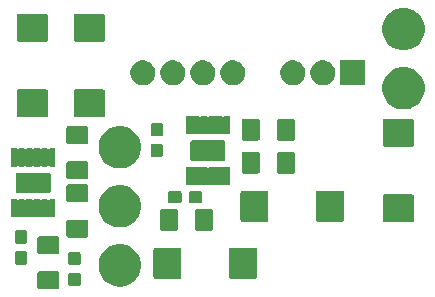
<source format=gbr>
G04 #@! TF.GenerationSoftware,KiCad,Pcbnew,5.1.5-52549c5~86~ubuntu18.04.1*
G04 #@! TF.CreationDate,2020-04-26T14:43:08+02:00*
G04 #@! TF.ProjectId,dcdc_7909,64636463-5f37-4393-9039-2e6b69636164,rev?*
G04 #@! TF.SameCoordinates,Original*
G04 #@! TF.FileFunction,Soldermask,Top*
G04 #@! TF.FilePolarity,Negative*
%FSLAX46Y46*%
G04 Gerber Fmt 4.6, Leading zero omitted, Abs format (unit mm)*
G04 Created by KiCad (PCBNEW 5.1.5-52549c5~86~ubuntu18.04.1) date 2020-04-26 14:43:08*
%MOMM*%
%LPD*%
G04 APERTURE LIST*
%ADD10C,0.100000*%
G04 APERTURE END LIST*
D10*
G36*
X83897062Y-77526681D02*
G01*
X83931981Y-77537274D01*
X83964163Y-77554476D01*
X83992373Y-77577627D01*
X84015524Y-77605837D01*
X84032725Y-77638018D01*
X84043319Y-77672938D01*
X84047500Y-77715395D01*
X84047500Y-78856605D01*
X84043319Y-78899062D01*
X84032726Y-78933981D01*
X84015524Y-78966163D01*
X83992373Y-78994373D01*
X83964163Y-79017524D01*
X83931981Y-79034726D01*
X83897062Y-79045319D01*
X83854605Y-79049500D01*
X82388395Y-79049500D01*
X82345938Y-79045319D01*
X82311019Y-79034726D01*
X82278837Y-79017524D01*
X82250627Y-78994373D01*
X82227476Y-78966163D01*
X82210274Y-78933981D01*
X82199681Y-78899062D01*
X82195500Y-78856605D01*
X82195500Y-77715395D01*
X82199681Y-77672938D01*
X82210275Y-77638018D01*
X82227476Y-77605837D01*
X82250627Y-77577627D01*
X82278837Y-77554476D01*
X82311019Y-77537274D01*
X82345938Y-77526681D01*
X82388395Y-77522500D01*
X83854605Y-77522500D01*
X83897062Y-77526681D01*
G37*
G36*
X89426905Y-75218789D02*
G01*
X89725350Y-75278153D01*
X90053122Y-75413921D01*
X90348109Y-75611025D01*
X90598975Y-75861891D01*
X90796079Y-76156878D01*
X90931847Y-76484650D01*
X91001060Y-76832611D01*
X91001060Y-77187389D01*
X90931847Y-77535350D01*
X90796079Y-77863122D01*
X90598975Y-78158109D01*
X90348109Y-78408975D01*
X90053122Y-78606079D01*
X89725350Y-78741847D01*
X89426905Y-78801211D01*
X89377390Y-78811060D01*
X89022610Y-78811060D01*
X88973095Y-78801211D01*
X88674650Y-78741847D01*
X88346878Y-78606079D01*
X88051891Y-78408975D01*
X87801025Y-78158109D01*
X87603921Y-77863122D01*
X87468153Y-77535350D01*
X87398940Y-77187389D01*
X87398940Y-76832611D01*
X87468153Y-76484650D01*
X87603921Y-76156878D01*
X87801025Y-75861891D01*
X88051891Y-75611025D01*
X88346878Y-75413921D01*
X88674650Y-75278153D01*
X88973095Y-75218789D01*
X89022610Y-75208940D01*
X89377390Y-75208940D01*
X89426905Y-75218789D01*
G37*
G36*
X85708499Y-77632445D02*
G01*
X85745995Y-77643820D01*
X85780554Y-77662292D01*
X85810847Y-77687153D01*
X85835708Y-77717446D01*
X85854180Y-77752005D01*
X85865555Y-77789501D01*
X85870000Y-77834638D01*
X85870000Y-78573362D01*
X85865555Y-78618499D01*
X85854180Y-78655995D01*
X85835708Y-78690554D01*
X85810847Y-78720847D01*
X85780554Y-78745708D01*
X85745995Y-78764180D01*
X85708499Y-78775555D01*
X85663362Y-78780000D01*
X85024638Y-78780000D01*
X84979501Y-78775555D01*
X84942005Y-78764180D01*
X84907446Y-78745708D01*
X84877153Y-78720847D01*
X84852292Y-78690554D01*
X84833820Y-78655995D01*
X84822445Y-78618499D01*
X84818000Y-78573362D01*
X84818000Y-77834638D01*
X84822445Y-77789501D01*
X84833820Y-77752005D01*
X84852292Y-77717446D01*
X84877153Y-77687153D01*
X84907446Y-77662292D01*
X84942005Y-77643820D01*
X84979501Y-77632445D01*
X85024638Y-77628000D01*
X85663362Y-77628000D01*
X85708499Y-77632445D01*
G37*
G36*
X100661786Y-75512746D02*
G01*
X100692461Y-75522051D01*
X100720729Y-75537161D01*
X100745506Y-75557494D01*
X100765839Y-75582271D01*
X100780949Y-75610539D01*
X100790254Y-75641214D01*
X100794000Y-75679251D01*
X100794000Y-77990749D01*
X100790254Y-78028786D01*
X100780949Y-78059461D01*
X100765839Y-78087729D01*
X100745506Y-78112506D01*
X100720729Y-78132839D01*
X100692461Y-78147949D01*
X100661786Y-78157254D01*
X100623749Y-78161000D01*
X98612251Y-78161000D01*
X98574214Y-78157254D01*
X98543539Y-78147949D01*
X98515271Y-78132839D01*
X98490494Y-78112506D01*
X98470161Y-78087729D01*
X98455051Y-78059461D01*
X98445746Y-78028786D01*
X98442000Y-77990749D01*
X98442000Y-75679251D01*
X98445746Y-75641214D01*
X98455051Y-75610539D01*
X98470161Y-75582271D01*
X98490494Y-75557494D01*
X98515271Y-75537161D01*
X98543539Y-75522051D01*
X98574214Y-75512746D01*
X98612251Y-75509000D01*
X100623749Y-75509000D01*
X100661786Y-75512746D01*
G37*
G36*
X94261786Y-75512746D02*
G01*
X94292461Y-75522051D01*
X94320729Y-75537161D01*
X94345506Y-75557494D01*
X94365839Y-75582271D01*
X94380949Y-75610539D01*
X94390254Y-75641214D01*
X94394000Y-75679251D01*
X94394000Y-77990749D01*
X94390254Y-78028786D01*
X94380949Y-78059461D01*
X94365839Y-78087729D01*
X94345506Y-78112506D01*
X94320729Y-78132839D01*
X94292461Y-78147949D01*
X94261786Y-78157254D01*
X94223749Y-78161000D01*
X92212251Y-78161000D01*
X92174214Y-78157254D01*
X92143539Y-78147949D01*
X92115271Y-78132839D01*
X92090494Y-78112506D01*
X92070161Y-78087729D01*
X92055051Y-78059461D01*
X92045746Y-78028786D01*
X92042000Y-77990749D01*
X92042000Y-75679251D01*
X92045746Y-75641214D01*
X92055051Y-75610539D01*
X92070161Y-75582271D01*
X92090494Y-75557494D01*
X92115271Y-75537161D01*
X92143539Y-75522051D01*
X92174214Y-75512746D01*
X92212251Y-75509000D01*
X94223749Y-75509000D01*
X94261786Y-75512746D01*
G37*
G36*
X85708499Y-75882445D02*
G01*
X85745995Y-75893820D01*
X85780554Y-75912292D01*
X85810847Y-75937153D01*
X85835708Y-75967446D01*
X85854180Y-76002005D01*
X85865555Y-76039501D01*
X85870000Y-76084638D01*
X85870000Y-76823362D01*
X85865555Y-76868499D01*
X85854180Y-76905995D01*
X85835708Y-76940554D01*
X85810847Y-76970847D01*
X85780554Y-76995708D01*
X85745995Y-77014180D01*
X85708499Y-77025555D01*
X85663362Y-77030000D01*
X85024638Y-77030000D01*
X84979501Y-77025555D01*
X84942005Y-77014180D01*
X84907446Y-76995708D01*
X84877153Y-76970847D01*
X84852292Y-76940554D01*
X84833820Y-76905995D01*
X84822445Y-76868499D01*
X84818000Y-76823362D01*
X84818000Y-76084638D01*
X84822445Y-76039501D01*
X84833820Y-76002005D01*
X84852292Y-75967446D01*
X84877153Y-75937153D01*
X84907446Y-75912292D01*
X84942005Y-75893820D01*
X84979501Y-75882445D01*
X85024638Y-75878000D01*
X85663362Y-75878000D01*
X85708499Y-75882445D01*
G37*
G36*
X81199999Y-75804945D02*
G01*
X81237495Y-75816320D01*
X81272054Y-75834792D01*
X81302347Y-75859653D01*
X81327208Y-75889946D01*
X81345680Y-75924505D01*
X81357055Y-75962001D01*
X81361500Y-76007138D01*
X81361500Y-76745862D01*
X81357055Y-76790999D01*
X81345680Y-76828495D01*
X81327208Y-76863054D01*
X81302347Y-76893347D01*
X81272054Y-76918208D01*
X81237495Y-76936680D01*
X81199999Y-76948055D01*
X81154862Y-76952500D01*
X80516138Y-76952500D01*
X80471001Y-76948055D01*
X80433505Y-76936680D01*
X80398946Y-76918208D01*
X80368653Y-76893347D01*
X80343792Y-76863054D01*
X80325320Y-76828495D01*
X80313945Y-76790999D01*
X80309500Y-76745862D01*
X80309500Y-76007138D01*
X80313945Y-75962001D01*
X80325320Y-75924505D01*
X80343792Y-75889946D01*
X80368653Y-75859653D01*
X80398946Y-75834792D01*
X80433505Y-75816320D01*
X80471001Y-75804945D01*
X80516138Y-75800500D01*
X81154862Y-75800500D01*
X81199999Y-75804945D01*
G37*
G36*
X83897062Y-74551681D02*
G01*
X83931981Y-74562274D01*
X83964163Y-74579476D01*
X83992373Y-74602627D01*
X84015524Y-74630837D01*
X84032726Y-74663019D01*
X84043319Y-74697938D01*
X84047500Y-74740395D01*
X84047500Y-75881605D01*
X84043319Y-75924062D01*
X84032726Y-75958981D01*
X84015524Y-75991163D01*
X83992373Y-76019373D01*
X83964163Y-76042524D01*
X83931981Y-76059726D01*
X83897062Y-76070319D01*
X83854605Y-76074500D01*
X82388395Y-76074500D01*
X82345938Y-76070319D01*
X82311019Y-76059726D01*
X82278837Y-76042524D01*
X82250627Y-76019373D01*
X82227476Y-75991163D01*
X82210274Y-75958981D01*
X82199681Y-75924062D01*
X82195500Y-75881605D01*
X82195500Y-74740395D01*
X82199681Y-74697938D01*
X82210274Y-74663019D01*
X82227476Y-74630837D01*
X82250627Y-74602627D01*
X82278837Y-74579476D01*
X82311019Y-74562274D01*
X82345938Y-74551681D01*
X82388395Y-74547500D01*
X83854605Y-74547500D01*
X83897062Y-74551681D01*
G37*
G36*
X81199999Y-74054945D02*
G01*
X81237495Y-74066320D01*
X81272054Y-74084792D01*
X81302347Y-74109653D01*
X81327208Y-74139946D01*
X81345680Y-74174505D01*
X81357055Y-74212001D01*
X81361500Y-74257138D01*
X81361500Y-74995862D01*
X81357055Y-75040999D01*
X81345680Y-75078495D01*
X81327208Y-75113054D01*
X81302347Y-75143347D01*
X81272054Y-75168208D01*
X81237495Y-75186680D01*
X81199999Y-75198055D01*
X81154862Y-75202500D01*
X80516138Y-75202500D01*
X80471001Y-75198055D01*
X80433505Y-75186680D01*
X80398946Y-75168208D01*
X80368653Y-75143347D01*
X80343792Y-75113054D01*
X80325320Y-75078495D01*
X80313945Y-75040999D01*
X80309500Y-74995862D01*
X80309500Y-74257138D01*
X80313945Y-74212001D01*
X80325320Y-74174505D01*
X80343792Y-74139946D01*
X80368653Y-74109653D01*
X80398946Y-74084792D01*
X80433505Y-74066320D01*
X80471001Y-74054945D01*
X80516138Y-74050500D01*
X81154862Y-74050500D01*
X81199999Y-74054945D01*
G37*
G36*
X86373562Y-73145181D02*
G01*
X86408481Y-73155774D01*
X86440663Y-73172976D01*
X86468873Y-73196127D01*
X86492024Y-73224337D01*
X86509226Y-73256519D01*
X86519819Y-73291438D01*
X86524000Y-73333895D01*
X86524000Y-74475105D01*
X86519819Y-74517562D01*
X86509226Y-74552481D01*
X86492024Y-74584663D01*
X86468873Y-74612873D01*
X86440663Y-74636024D01*
X86408481Y-74653226D01*
X86373562Y-74663819D01*
X86331105Y-74668000D01*
X84864895Y-74668000D01*
X84822438Y-74663819D01*
X84787519Y-74653226D01*
X84755337Y-74636024D01*
X84727127Y-74612873D01*
X84703976Y-74584663D01*
X84686774Y-74552481D01*
X84676181Y-74517562D01*
X84672000Y-74475105D01*
X84672000Y-73333895D01*
X84676181Y-73291438D01*
X84686774Y-73256519D01*
X84703976Y-73224337D01*
X84727127Y-73196127D01*
X84755337Y-73172976D01*
X84787519Y-73155774D01*
X84822438Y-73145181D01*
X84864895Y-73141000D01*
X86331105Y-73141000D01*
X86373562Y-73145181D01*
G37*
G36*
X96933062Y-72230181D02*
G01*
X96967981Y-72240774D01*
X97000163Y-72257976D01*
X97028373Y-72281127D01*
X97051524Y-72309337D01*
X97068726Y-72341519D01*
X97079319Y-72376438D01*
X97083500Y-72418895D01*
X97083500Y-73885105D01*
X97079319Y-73927562D01*
X97068726Y-73962481D01*
X97051524Y-73994663D01*
X97028373Y-74022873D01*
X97000163Y-74046024D01*
X96967981Y-74063226D01*
X96933062Y-74073819D01*
X96890605Y-74078000D01*
X95749395Y-74078000D01*
X95706938Y-74073819D01*
X95672019Y-74063226D01*
X95639837Y-74046024D01*
X95611627Y-74022873D01*
X95588476Y-73994663D01*
X95571274Y-73962481D01*
X95560681Y-73927562D01*
X95556500Y-73885105D01*
X95556500Y-72418895D01*
X95560681Y-72376438D01*
X95571274Y-72341519D01*
X95588476Y-72309337D01*
X95611627Y-72281127D01*
X95639837Y-72257976D01*
X95672019Y-72240774D01*
X95706938Y-72230181D01*
X95749395Y-72226000D01*
X96890605Y-72226000D01*
X96933062Y-72230181D01*
G37*
G36*
X93958062Y-72230181D02*
G01*
X93992981Y-72240774D01*
X94025163Y-72257976D01*
X94053373Y-72281127D01*
X94076524Y-72309337D01*
X94093726Y-72341519D01*
X94104319Y-72376438D01*
X94108500Y-72418895D01*
X94108500Y-73885105D01*
X94104319Y-73927562D01*
X94093726Y-73962481D01*
X94076524Y-73994663D01*
X94053373Y-74022873D01*
X94025163Y-74046024D01*
X93992981Y-74063226D01*
X93958062Y-74073819D01*
X93915605Y-74078000D01*
X92774395Y-74078000D01*
X92731938Y-74073819D01*
X92697019Y-74063226D01*
X92664837Y-74046024D01*
X92636627Y-74022873D01*
X92613476Y-73994663D01*
X92596274Y-73962481D01*
X92585681Y-73927562D01*
X92581500Y-73885105D01*
X92581500Y-72418895D01*
X92585681Y-72376438D01*
X92596274Y-72341519D01*
X92613476Y-72309337D01*
X92636627Y-72281127D01*
X92664837Y-72257976D01*
X92697019Y-72240774D01*
X92731938Y-72230181D01*
X92774395Y-72226000D01*
X93915605Y-72226000D01*
X93958062Y-72230181D01*
G37*
G36*
X89407096Y-70214849D02*
G01*
X89725350Y-70278153D01*
X90053122Y-70413921D01*
X90348109Y-70611025D01*
X90598975Y-70861891D01*
X90796079Y-71156878D01*
X90931847Y-71484650D01*
X91001060Y-71832611D01*
X91001060Y-72187389D01*
X90931847Y-72535350D01*
X90796079Y-72863122D01*
X90598975Y-73158109D01*
X90348109Y-73408975D01*
X90053122Y-73606079D01*
X89725350Y-73741847D01*
X89426905Y-73801211D01*
X89377390Y-73811060D01*
X89022610Y-73811060D01*
X88973095Y-73801211D01*
X88674650Y-73741847D01*
X88346878Y-73606079D01*
X88051891Y-73408975D01*
X87801025Y-73158109D01*
X87603921Y-72863122D01*
X87468153Y-72535350D01*
X87398940Y-72187389D01*
X87398940Y-71832611D01*
X87468153Y-71484650D01*
X87603921Y-71156878D01*
X87801025Y-70861891D01*
X88051891Y-70611025D01*
X88346878Y-70413921D01*
X88674650Y-70278153D01*
X88992904Y-70214849D01*
X89022610Y-70208940D01*
X89377390Y-70208940D01*
X89407096Y-70214849D01*
G37*
G36*
X113969786Y-71013746D02*
G01*
X114000461Y-71023051D01*
X114028729Y-71038161D01*
X114053506Y-71058494D01*
X114073839Y-71083271D01*
X114088949Y-71111539D01*
X114098254Y-71142214D01*
X114102000Y-71180251D01*
X114102000Y-73191749D01*
X114098254Y-73229786D01*
X114088949Y-73260461D01*
X114073839Y-73288729D01*
X114053506Y-73313506D01*
X114028729Y-73333839D01*
X114000461Y-73348949D01*
X113969786Y-73358254D01*
X113931749Y-73362000D01*
X111620251Y-73362000D01*
X111582214Y-73358254D01*
X111551539Y-73348949D01*
X111523271Y-73333839D01*
X111498494Y-73313506D01*
X111478161Y-73288729D01*
X111463051Y-73260461D01*
X111453746Y-73229786D01*
X111450000Y-73191749D01*
X111450000Y-71180251D01*
X111453746Y-71142214D01*
X111463051Y-71111539D01*
X111478161Y-71083271D01*
X111498494Y-71058494D01*
X111523271Y-71038161D01*
X111551539Y-71023051D01*
X111582214Y-71013746D01*
X111620251Y-71010000D01*
X113931749Y-71010000D01*
X113969786Y-71013746D01*
G37*
G36*
X108027786Y-70686746D02*
G01*
X108058461Y-70696051D01*
X108086729Y-70711161D01*
X108111506Y-70731494D01*
X108131839Y-70756271D01*
X108146949Y-70784539D01*
X108156254Y-70815214D01*
X108160000Y-70853251D01*
X108160000Y-73164749D01*
X108156254Y-73202786D01*
X108146949Y-73233461D01*
X108131839Y-73261729D01*
X108111506Y-73286506D01*
X108086729Y-73306839D01*
X108058461Y-73321949D01*
X108027786Y-73331254D01*
X107989749Y-73335000D01*
X105978251Y-73335000D01*
X105940214Y-73331254D01*
X105909539Y-73321949D01*
X105881271Y-73306839D01*
X105856494Y-73286506D01*
X105836161Y-73261729D01*
X105821051Y-73233461D01*
X105811746Y-73202786D01*
X105808000Y-73164749D01*
X105808000Y-70853251D01*
X105811746Y-70815214D01*
X105821051Y-70784539D01*
X105836161Y-70756271D01*
X105856494Y-70731494D01*
X105881271Y-70711161D01*
X105909539Y-70696051D01*
X105940214Y-70686746D01*
X105978251Y-70683000D01*
X107989749Y-70683000D01*
X108027786Y-70686746D01*
G37*
G36*
X101627786Y-70686746D02*
G01*
X101658461Y-70696051D01*
X101686729Y-70711161D01*
X101711506Y-70731494D01*
X101731839Y-70756271D01*
X101746949Y-70784539D01*
X101756254Y-70815214D01*
X101760000Y-70853251D01*
X101760000Y-73164749D01*
X101756254Y-73202786D01*
X101746949Y-73233461D01*
X101731839Y-73261729D01*
X101711506Y-73286506D01*
X101686729Y-73306839D01*
X101658461Y-73321949D01*
X101627786Y-73331254D01*
X101589749Y-73335000D01*
X99578251Y-73335000D01*
X99540214Y-73331254D01*
X99509539Y-73321949D01*
X99481271Y-73306839D01*
X99456494Y-73286506D01*
X99436161Y-73261729D01*
X99421051Y-73233461D01*
X99411746Y-73202786D01*
X99408000Y-73164749D01*
X99408000Y-70853251D01*
X99411746Y-70815214D01*
X99421051Y-70784539D01*
X99436161Y-70756271D01*
X99456494Y-70731494D01*
X99481271Y-70711161D01*
X99509539Y-70696051D01*
X99540214Y-70686746D01*
X99578251Y-70683000D01*
X101589749Y-70683000D01*
X101627786Y-70686746D01*
G37*
G36*
X80426670Y-71416303D02*
G01*
X80438375Y-71419854D01*
X80449165Y-71425621D01*
X80463188Y-71437130D01*
X80472204Y-71446145D01*
X80492578Y-71459759D01*
X80515217Y-71469135D01*
X80539251Y-71473915D01*
X80563755Y-71473915D01*
X80587788Y-71469134D01*
X80610426Y-71459756D01*
X80630801Y-71446142D01*
X80639817Y-71437126D01*
X80653835Y-71425621D01*
X80664625Y-71419854D01*
X80676330Y-71416303D01*
X80694638Y-71414500D01*
X81058362Y-71414500D01*
X81076670Y-71416303D01*
X81088375Y-71419854D01*
X81099165Y-71425621D01*
X81113188Y-71437130D01*
X81122204Y-71446145D01*
X81142578Y-71459759D01*
X81165217Y-71469135D01*
X81189251Y-71473915D01*
X81213755Y-71473915D01*
X81237788Y-71469134D01*
X81260426Y-71459756D01*
X81280801Y-71446142D01*
X81289817Y-71437126D01*
X81303835Y-71425621D01*
X81314625Y-71419854D01*
X81326330Y-71416303D01*
X81344638Y-71414500D01*
X81708362Y-71414500D01*
X81726670Y-71416303D01*
X81738375Y-71419854D01*
X81749165Y-71425621D01*
X81763188Y-71437130D01*
X81772204Y-71446145D01*
X81792578Y-71459759D01*
X81815217Y-71469135D01*
X81839251Y-71473915D01*
X81863755Y-71473915D01*
X81887788Y-71469134D01*
X81910426Y-71459756D01*
X81930801Y-71446142D01*
X81939817Y-71437126D01*
X81953835Y-71425621D01*
X81964625Y-71419854D01*
X81976330Y-71416303D01*
X81994638Y-71414500D01*
X82358362Y-71414500D01*
X82376670Y-71416303D01*
X82388375Y-71419854D01*
X82399165Y-71425621D01*
X82413188Y-71437130D01*
X82422204Y-71446145D01*
X82442578Y-71459759D01*
X82465217Y-71469135D01*
X82489251Y-71473915D01*
X82513755Y-71473915D01*
X82537788Y-71469134D01*
X82560426Y-71459756D01*
X82580801Y-71446142D01*
X82589817Y-71437126D01*
X82603835Y-71425621D01*
X82614625Y-71419854D01*
X82626330Y-71416303D01*
X82644638Y-71414500D01*
X83008362Y-71414500D01*
X83026670Y-71416303D01*
X83038375Y-71419854D01*
X83049165Y-71425621D01*
X83063188Y-71437130D01*
X83072204Y-71446145D01*
X83092578Y-71459759D01*
X83115217Y-71469135D01*
X83139251Y-71473915D01*
X83163755Y-71473915D01*
X83187788Y-71469134D01*
X83210426Y-71459756D01*
X83230801Y-71446142D01*
X83239817Y-71437126D01*
X83253835Y-71425621D01*
X83264625Y-71419854D01*
X83276330Y-71416303D01*
X83294638Y-71414500D01*
X83658362Y-71414500D01*
X83676670Y-71416303D01*
X83688375Y-71419854D01*
X83699165Y-71425621D01*
X83708619Y-71433381D01*
X83716379Y-71442835D01*
X83722146Y-71453625D01*
X83725697Y-71465330D01*
X83727500Y-71483638D01*
X83727500Y-72897362D01*
X83725697Y-72915670D01*
X83722146Y-72927375D01*
X83716379Y-72938165D01*
X83708619Y-72947619D01*
X83699165Y-72955379D01*
X83688375Y-72961146D01*
X83676670Y-72964697D01*
X83658362Y-72966500D01*
X83294638Y-72966500D01*
X83276330Y-72964697D01*
X83264625Y-72961146D01*
X83253835Y-72955379D01*
X83239812Y-72943870D01*
X83230796Y-72934855D01*
X83210422Y-72921241D01*
X83187783Y-72911865D01*
X83163749Y-72907085D01*
X83139245Y-72907085D01*
X83115212Y-72911866D01*
X83092574Y-72921244D01*
X83072199Y-72934858D01*
X83063183Y-72943874D01*
X83049165Y-72955379D01*
X83038375Y-72961146D01*
X83026670Y-72964697D01*
X83008362Y-72966500D01*
X82644638Y-72966500D01*
X82626330Y-72964697D01*
X82614625Y-72961146D01*
X82603835Y-72955379D01*
X82589812Y-72943870D01*
X82580796Y-72934855D01*
X82560422Y-72921241D01*
X82537783Y-72911865D01*
X82513749Y-72907085D01*
X82489245Y-72907085D01*
X82465212Y-72911866D01*
X82442574Y-72921244D01*
X82422199Y-72934858D01*
X82413183Y-72943874D01*
X82399165Y-72955379D01*
X82388375Y-72961146D01*
X82376670Y-72964697D01*
X82358362Y-72966500D01*
X81994638Y-72966500D01*
X81976330Y-72964697D01*
X81964625Y-72961146D01*
X81953835Y-72955379D01*
X81939812Y-72943870D01*
X81930796Y-72934855D01*
X81910422Y-72921241D01*
X81887783Y-72911865D01*
X81863749Y-72907085D01*
X81839245Y-72907085D01*
X81815212Y-72911866D01*
X81792574Y-72921244D01*
X81772199Y-72934858D01*
X81763183Y-72943874D01*
X81749165Y-72955379D01*
X81738375Y-72961146D01*
X81726670Y-72964697D01*
X81708362Y-72966500D01*
X81344638Y-72966500D01*
X81326330Y-72964697D01*
X81314625Y-72961146D01*
X81303835Y-72955379D01*
X81289812Y-72943870D01*
X81280796Y-72934855D01*
X81260422Y-72921241D01*
X81237783Y-72911865D01*
X81213749Y-72907085D01*
X81189245Y-72907085D01*
X81165212Y-72911866D01*
X81142574Y-72921244D01*
X81122199Y-72934858D01*
X81113183Y-72943874D01*
X81099165Y-72955379D01*
X81088375Y-72961146D01*
X81076670Y-72964697D01*
X81058362Y-72966500D01*
X80694638Y-72966500D01*
X80676330Y-72964697D01*
X80664625Y-72961146D01*
X80653835Y-72955379D01*
X80639812Y-72943870D01*
X80630796Y-72934855D01*
X80610422Y-72921241D01*
X80587783Y-72911865D01*
X80563749Y-72907085D01*
X80539245Y-72907085D01*
X80515212Y-72911866D01*
X80492574Y-72921244D01*
X80472199Y-72934858D01*
X80463183Y-72943874D01*
X80449165Y-72955379D01*
X80438375Y-72961146D01*
X80426670Y-72964697D01*
X80408362Y-72966500D01*
X80044638Y-72966500D01*
X80026330Y-72964697D01*
X80014625Y-72961146D01*
X80003835Y-72955379D01*
X79994381Y-72947619D01*
X79986621Y-72938165D01*
X79980854Y-72927375D01*
X79977303Y-72915670D01*
X79975500Y-72897362D01*
X79975500Y-71483638D01*
X79977303Y-71465330D01*
X79980854Y-71453625D01*
X79986621Y-71442835D01*
X79994381Y-71433381D01*
X80003835Y-71425621D01*
X80014625Y-71419854D01*
X80026330Y-71416303D01*
X80044638Y-71414500D01*
X80408362Y-71414500D01*
X80426670Y-71416303D01*
G37*
G36*
X94267499Y-70725445D02*
G01*
X94304995Y-70736820D01*
X94339554Y-70755292D01*
X94369847Y-70780153D01*
X94394708Y-70810446D01*
X94413180Y-70845005D01*
X94424555Y-70882501D01*
X94429000Y-70927638D01*
X94429000Y-71566362D01*
X94424555Y-71611499D01*
X94413180Y-71648995D01*
X94394708Y-71683554D01*
X94369847Y-71713847D01*
X94339554Y-71738708D01*
X94304995Y-71757180D01*
X94267499Y-71768555D01*
X94222362Y-71773000D01*
X93483638Y-71773000D01*
X93438501Y-71768555D01*
X93401005Y-71757180D01*
X93366446Y-71738708D01*
X93336153Y-71713847D01*
X93311292Y-71683554D01*
X93292820Y-71648995D01*
X93281445Y-71611499D01*
X93277000Y-71566362D01*
X93277000Y-70927638D01*
X93281445Y-70882501D01*
X93292820Y-70845005D01*
X93311292Y-70810446D01*
X93336153Y-70780153D01*
X93366446Y-70755292D01*
X93401005Y-70736820D01*
X93438501Y-70725445D01*
X93483638Y-70721000D01*
X94222362Y-70721000D01*
X94267499Y-70725445D01*
G37*
G36*
X96017499Y-70725445D02*
G01*
X96054995Y-70736820D01*
X96089554Y-70755292D01*
X96119847Y-70780153D01*
X96144708Y-70810446D01*
X96163180Y-70845005D01*
X96174555Y-70882501D01*
X96179000Y-70927638D01*
X96179000Y-71566362D01*
X96174555Y-71611499D01*
X96163180Y-71648995D01*
X96144708Y-71683554D01*
X96119847Y-71713847D01*
X96089554Y-71738708D01*
X96054995Y-71757180D01*
X96017499Y-71768555D01*
X95972362Y-71773000D01*
X95233638Y-71773000D01*
X95188501Y-71768555D01*
X95151005Y-71757180D01*
X95116446Y-71738708D01*
X95086153Y-71713847D01*
X95061292Y-71683554D01*
X95042820Y-71648995D01*
X95031445Y-71611499D01*
X95027000Y-71566362D01*
X95027000Y-70927638D01*
X95031445Y-70882501D01*
X95042820Y-70845005D01*
X95061292Y-70810446D01*
X95086153Y-70780153D01*
X95116446Y-70755292D01*
X95151005Y-70736820D01*
X95188501Y-70725445D01*
X95233638Y-70721000D01*
X95972362Y-70721000D01*
X96017499Y-70725445D01*
G37*
G36*
X86373562Y-70170181D02*
G01*
X86408481Y-70180774D01*
X86440663Y-70197976D01*
X86468873Y-70221127D01*
X86492024Y-70249337D01*
X86509226Y-70281519D01*
X86519819Y-70316438D01*
X86524000Y-70358895D01*
X86524000Y-71500105D01*
X86519819Y-71542562D01*
X86509226Y-71577481D01*
X86492024Y-71609663D01*
X86468873Y-71637873D01*
X86440663Y-71661024D01*
X86408481Y-71678226D01*
X86373562Y-71688819D01*
X86331105Y-71693000D01*
X84864895Y-71693000D01*
X84822438Y-71688819D01*
X84787519Y-71678226D01*
X84755337Y-71661024D01*
X84727127Y-71637873D01*
X84703976Y-71609663D01*
X84686774Y-71577481D01*
X84676181Y-71542562D01*
X84672000Y-71500105D01*
X84672000Y-70358895D01*
X84676181Y-70316438D01*
X84686774Y-70281519D01*
X84703976Y-70249337D01*
X84727127Y-70221127D01*
X84755337Y-70197976D01*
X84787519Y-70180774D01*
X84822438Y-70170181D01*
X84864895Y-70166000D01*
X86331105Y-70166000D01*
X86373562Y-70170181D01*
G37*
G36*
X83183839Y-69168519D02*
G01*
X83217181Y-69178634D01*
X83247906Y-69195057D01*
X83274840Y-69217160D01*
X83296943Y-69244094D01*
X83313366Y-69274819D01*
X83323481Y-69308161D01*
X83327500Y-69348971D01*
X83327500Y-70732029D01*
X83323481Y-70772839D01*
X83313366Y-70806181D01*
X83296943Y-70836906D01*
X83274840Y-70863840D01*
X83247906Y-70885943D01*
X83217181Y-70902366D01*
X83183839Y-70912481D01*
X83143029Y-70916500D01*
X80559971Y-70916500D01*
X80519161Y-70912481D01*
X80485819Y-70902366D01*
X80455094Y-70885943D01*
X80428160Y-70863840D01*
X80406057Y-70836906D01*
X80389634Y-70806181D01*
X80379519Y-70772839D01*
X80375500Y-70732029D01*
X80375500Y-69348971D01*
X80379519Y-69308161D01*
X80389634Y-69274819D01*
X80406057Y-69244094D01*
X80428160Y-69217160D01*
X80455094Y-69195057D01*
X80485819Y-69178634D01*
X80519161Y-69168519D01*
X80559971Y-69164500D01*
X83143029Y-69164500D01*
X83183839Y-69168519D01*
G37*
G36*
X95222170Y-68685803D02*
G01*
X95233875Y-68689354D01*
X95244665Y-68695121D01*
X95258688Y-68706630D01*
X95267704Y-68715645D01*
X95288078Y-68729259D01*
X95310717Y-68738635D01*
X95334751Y-68743415D01*
X95359255Y-68743415D01*
X95383288Y-68738634D01*
X95405926Y-68729256D01*
X95426301Y-68715642D01*
X95435317Y-68706626D01*
X95449335Y-68695121D01*
X95460125Y-68689354D01*
X95471830Y-68685803D01*
X95490138Y-68684000D01*
X95853862Y-68684000D01*
X95872170Y-68685803D01*
X95883875Y-68689354D01*
X95894665Y-68695121D01*
X95908688Y-68706630D01*
X95917704Y-68715645D01*
X95938078Y-68729259D01*
X95960717Y-68738635D01*
X95984751Y-68743415D01*
X96009255Y-68743415D01*
X96033288Y-68738634D01*
X96055926Y-68729256D01*
X96076301Y-68715642D01*
X96085317Y-68706626D01*
X96099335Y-68695121D01*
X96110125Y-68689354D01*
X96121830Y-68685803D01*
X96140138Y-68684000D01*
X96503862Y-68684000D01*
X96522170Y-68685803D01*
X96533875Y-68689354D01*
X96544665Y-68695121D01*
X96558688Y-68706630D01*
X96567704Y-68715645D01*
X96588078Y-68729259D01*
X96610717Y-68738635D01*
X96634751Y-68743415D01*
X96659255Y-68743415D01*
X96683288Y-68738634D01*
X96705926Y-68729256D01*
X96726301Y-68715642D01*
X96735317Y-68706626D01*
X96749335Y-68695121D01*
X96760125Y-68689354D01*
X96771830Y-68685803D01*
X96790138Y-68684000D01*
X97153862Y-68684000D01*
X97172170Y-68685803D01*
X97183875Y-68689354D01*
X97194665Y-68695121D01*
X97208688Y-68706630D01*
X97217704Y-68715645D01*
X97238078Y-68729259D01*
X97260717Y-68738635D01*
X97284751Y-68743415D01*
X97309255Y-68743415D01*
X97333288Y-68738634D01*
X97355926Y-68729256D01*
X97376301Y-68715642D01*
X97385317Y-68706626D01*
X97399335Y-68695121D01*
X97410125Y-68689354D01*
X97421830Y-68685803D01*
X97440138Y-68684000D01*
X97803862Y-68684000D01*
X97822170Y-68685803D01*
X97833875Y-68689354D01*
X97844665Y-68695121D01*
X97858688Y-68706630D01*
X97867704Y-68715645D01*
X97888078Y-68729259D01*
X97910717Y-68738635D01*
X97934751Y-68743415D01*
X97959255Y-68743415D01*
X97983288Y-68738634D01*
X98005926Y-68729256D01*
X98026301Y-68715642D01*
X98035317Y-68706626D01*
X98049335Y-68695121D01*
X98060125Y-68689354D01*
X98071830Y-68685803D01*
X98090138Y-68684000D01*
X98453862Y-68684000D01*
X98472170Y-68685803D01*
X98483875Y-68689354D01*
X98494665Y-68695121D01*
X98504119Y-68702881D01*
X98511879Y-68712335D01*
X98517646Y-68723125D01*
X98521197Y-68734830D01*
X98523000Y-68753138D01*
X98523000Y-70166862D01*
X98521197Y-70185170D01*
X98517646Y-70196875D01*
X98511879Y-70207665D01*
X98504119Y-70217119D01*
X98494665Y-70224879D01*
X98483875Y-70230646D01*
X98472170Y-70234197D01*
X98453862Y-70236000D01*
X98090138Y-70236000D01*
X98071830Y-70234197D01*
X98060125Y-70230646D01*
X98049335Y-70224879D01*
X98035312Y-70213370D01*
X98026296Y-70204355D01*
X98005922Y-70190741D01*
X97983283Y-70181365D01*
X97959249Y-70176585D01*
X97934745Y-70176585D01*
X97910712Y-70181366D01*
X97888074Y-70190744D01*
X97867699Y-70204358D01*
X97858683Y-70213374D01*
X97844665Y-70224879D01*
X97833875Y-70230646D01*
X97822170Y-70234197D01*
X97803862Y-70236000D01*
X97440138Y-70236000D01*
X97421830Y-70234197D01*
X97410125Y-70230646D01*
X97399335Y-70224879D01*
X97385312Y-70213370D01*
X97376296Y-70204355D01*
X97355922Y-70190741D01*
X97333283Y-70181365D01*
X97309249Y-70176585D01*
X97284745Y-70176585D01*
X97260712Y-70181366D01*
X97238074Y-70190744D01*
X97217699Y-70204358D01*
X97208683Y-70213374D01*
X97194665Y-70224879D01*
X97183875Y-70230646D01*
X97172170Y-70234197D01*
X97153862Y-70236000D01*
X96790138Y-70236000D01*
X96771830Y-70234197D01*
X96760125Y-70230646D01*
X96749335Y-70224879D01*
X96735312Y-70213370D01*
X96726296Y-70204355D01*
X96705922Y-70190741D01*
X96683283Y-70181365D01*
X96659249Y-70176585D01*
X96634745Y-70176585D01*
X96610712Y-70181366D01*
X96588074Y-70190744D01*
X96567699Y-70204358D01*
X96558683Y-70213374D01*
X96544665Y-70224879D01*
X96533875Y-70230646D01*
X96522170Y-70234197D01*
X96503862Y-70236000D01*
X96140138Y-70236000D01*
X96121830Y-70234197D01*
X96110125Y-70230646D01*
X96099335Y-70224879D01*
X96085312Y-70213370D01*
X96076296Y-70204355D01*
X96055922Y-70190741D01*
X96033283Y-70181365D01*
X96009249Y-70176585D01*
X95984745Y-70176585D01*
X95960712Y-70181366D01*
X95938074Y-70190744D01*
X95917699Y-70204358D01*
X95908683Y-70213374D01*
X95894665Y-70224879D01*
X95883875Y-70230646D01*
X95872170Y-70234197D01*
X95853862Y-70236000D01*
X95490138Y-70236000D01*
X95471830Y-70234197D01*
X95460125Y-70230646D01*
X95449335Y-70224879D01*
X95435312Y-70213370D01*
X95426296Y-70204355D01*
X95405922Y-70190741D01*
X95383283Y-70181365D01*
X95359249Y-70176585D01*
X95334745Y-70176585D01*
X95310712Y-70181366D01*
X95288074Y-70190744D01*
X95267699Y-70204358D01*
X95258683Y-70213374D01*
X95244665Y-70224879D01*
X95233875Y-70230646D01*
X95222170Y-70234197D01*
X95203862Y-70236000D01*
X94840138Y-70236000D01*
X94821830Y-70234197D01*
X94810125Y-70230646D01*
X94799335Y-70224879D01*
X94789881Y-70217119D01*
X94782121Y-70207665D01*
X94776354Y-70196875D01*
X94772803Y-70185170D01*
X94771000Y-70166862D01*
X94771000Y-68753138D01*
X94772803Y-68734830D01*
X94776354Y-68723125D01*
X94782121Y-68712335D01*
X94789881Y-68702881D01*
X94799335Y-68695121D01*
X94810125Y-68689354D01*
X94821830Y-68685803D01*
X94840138Y-68684000D01*
X95203862Y-68684000D01*
X95222170Y-68685803D01*
G37*
G36*
X86373562Y-68201681D02*
G01*
X86408481Y-68212274D01*
X86440663Y-68229476D01*
X86468873Y-68252627D01*
X86492024Y-68280837D01*
X86509226Y-68313019D01*
X86519819Y-68347938D01*
X86524000Y-68390395D01*
X86524000Y-69531605D01*
X86519819Y-69574062D01*
X86509226Y-69608981D01*
X86492024Y-69641163D01*
X86468873Y-69669373D01*
X86440663Y-69692524D01*
X86408481Y-69709726D01*
X86373562Y-69720319D01*
X86331105Y-69724500D01*
X84864895Y-69724500D01*
X84822438Y-69720319D01*
X84787519Y-69709726D01*
X84755337Y-69692524D01*
X84727127Y-69669373D01*
X84703976Y-69641163D01*
X84686774Y-69608981D01*
X84676181Y-69574062D01*
X84672000Y-69531605D01*
X84672000Y-68390395D01*
X84676181Y-68347938D01*
X84686774Y-68313019D01*
X84703976Y-68280837D01*
X84727127Y-68252627D01*
X84755337Y-68229476D01*
X84787519Y-68212274D01*
X84822438Y-68201681D01*
X84864895Y-68197500D01*
X86331105Y-68197500D01*
X86373562Y-68201681D01*
G37*
G36*
X103864062Y-67404181D02*
G01*
X103898981Y-67414774D01*
X103931163Y-67431976D01*
X103959373Y-67455127D01*
X103982524Y-67483337D01*
X103999726Y-67515519D01*
X104010319Y-67550438D01*
X104014500Y-67592895D01*
X104014500Y-69059105D01*
X104010319Y-69101562D01*
X103999726Y-69136481D01*
X103982524Y-69168663D01*
X103959373Y-69196873D01*
X103931163Y-69220024D01*
X103898981Y-69237226D01*
X103864062Y-69247819D01*
X103821605Y-69252000D01*
X102680395Y-69252000D01*
X102637938Y-69247819D01*
X102603019Y-69237226D01*
X102570837Y-69220024D01*
X102542627Y-69196873D01*
X102519476Y-69168663D01*
X102502274Y-69136481D01*
X102491681Y-69101562D01*
X102487500Y-69059105D01*
X102487500Y-67592895D01*
X102491681Y-67550438D01*
X102502274Y-67515519D01*
X102519476Y-67483337D01*
X102542627Y-67455127D01*
X102570837Y-67431976D01*
X102603019Y-67414774D01*
X102637938Y-67404181D01*
X102680395Y-67400000D01*
X103821605Y-67400000D01*
X103864062Y-67404181D01*
G37*
G36*
X100889062Y-67404181D02*
G01*
X100923981Y-67414774D01*
X100956163Y-67431976D01*
X100984373Y-67455127D01*
X101007524Y-67483337D01*
X101024726Y-67515519D01*
X101035319Y-67550438D01*
X101039500Y-67592895D01*
X101039500Y-69059105D01*
X101035319Y-69101562D01*
X101024726Y-69136481D01*
X101007524Y-69168663D01*
X100984373Y-69196873D01*
X100956163Y-69220024D01*
X100923981Y-69237226D01*
X100889062Y-69247819D01*
X100846605Y-69252000D01*
X99705395Y-69252000D01*
X99662938Y-69247819D01*
X99628019Y-69237226D01*
X99595837Y-69220024D01*
X99567627Y-69196873D01*
X99544476Y-69168663D01*
X99527274Y-69136481D01*
X99516681Y-69101562D01*
X99512500Y-69059105D01*
X99512500Y-67592895D01*
X99516681Y-67550438D01*
X99527274Y-67515519D01*
X99544476Y-67483337D01*
X99567627Y-67455127D01*
X99595837Y-67431976D01*
X99628019Y-67414774D01*
X99662938Y-67404181D01*
X99705395Y-67400000D01*
X100846605Y-67400000D01*
X100889062Y-67404181D01*
G37*
G36*
X89426905Y-65218789D02*
G01*
X89725350Y-65278153D01*
X90053122Y-65413921D01*
X90348109Y-65611025D01*
X90598975Y-65861891D01*
X90796079Y-66156878D01*
X90931847Y-66484650D01*
X90982697Y-66740292D01*
X90999126Y-66822885D01*
X91001060Y-66832611D01*
X91001060Y-67187389D01*
X90931847Y-67535350D01*
X90796079Y-67863122D01*
X90598975Y-68158109D01*
X90348109Y-68408975D01*
X90053122Y-68606079D01*
X89725350Y-68741847D01*
X89426905Y-68801211D01*
X89377390Y-68811060D01*
X89022610Y-68811060D01*
X88973095Y-68801211D01*
X88674650Y-68741847D01*
X88346878Y-68606079D01*
X88051891Y-68408975D01*
X87801025Y-68158109D01*
X87603921Y-67863122D01*
X87468153Y-67535350D01*
X87398940Y-67187389D01*
X87398940Y-66832611D01*
X87400875Y-66822885D01*
X87417303Y-66740292D01*
X87468153Y-66484650D01*
X87603921Y-66156878D01*
X87801025Y-65861891D01*
X88051891Y-65611025D01*
X88346878Y-65413921D01*
X88674650Y-65278153D01*
X88973095Y-65218789D01*
X89022610Y-65208940D01*
X89377390Y-65208940D01*
X89426905Y-65218789D01*
G37*
G36*
X80426670Y-67116303D02*
G01*
X80438375Y-67119854D01*
X80449165Y-67125621D01*
X80463188Y-67137130D01*
X80472204Y-67146145D01*
X80492578Y-67159759D01*
X80515217Y-67169135D01*
X80539251Y-67173915D01*
X80563755Y-67173915D01*
X80587788Y-67169134D01*
X80610426Y-67159756D01*
X80630801Y-67146142D01*
X80639817Y-67137126D01*
X80653835Y-67125621D01*
X80664625Y-67119854D01*
X80676330Y-67116303D01*
X80694638Y-67114500D01*
X81058362Y-67114500D01*
X81076670Y-67116303D01*
X81088375Y-67119854D01*
X81099165Y-67125621D01*
X81113188Y-67137130D01*
X81122204Y-67146145D01*
X81142578Y-67159759D01*
X81165217Y-67169135D01*
X81189251Y-67173915D01*
X81213755Y-67173915D01*
X81237788Y-67169134D01*
X81260426Y-67159756D01*
X81280801Y-67146142D01*
X81289817Y-67137126D01*
X81303835Y-67125621D01*
X81314625Y-67119854D01*
X81326330Y-67116303D01*
X81344638Y-67114500D01*
X81708362Y-67114500D01*
X81726670Y-67116303D01*
X81738375Y-67119854D01*
X81749165Y-67125621D01*
X81763188Y-67137130D01*
X81772204Y-67146145D01*
X81792578Y-67159759D01*
X81815217Y-67169135D01*
X81839251Y-67173915D01*
X81863755Y-67173915D01*
X81887788Y-67169134D01*
X81910426Y-67159756D01*
X81930801Y-67146142D01*
X81939817Y-67137126D01*
X81953835Y-67125621D01*
X81964625Y-67119854D01*
X81976330Y-67116303D01*
X81994638Y-67114500D01*
X82358362Y-67114500D01*
X82376670Y-67116303D01*
X82388375Y-67119854D01*
X82399165Y-67125621D01*
X82413188Y-67137130D01*
X82422204Y-67146145D01*
X82442578Y-67159759D01*
X82465217Y-67169135D01*
X82489251Y-67173915D01*
X82513755Y-67173915D01*
X82537788Y-67169134D01*
X82560426Y-67159756D01*
X82580801Y-67146142D01*
X82589817Y-67137126D01*
X82603835Y-67125621D01*
X82614625Y-67119854D01*
X82626330Y-67116303D01*
X82644638Y-67114500D01*
X83008362Y-67114500D01*
X83026670Y-67116303D01*
X83038375Y-67119854D01*
X83049165Y-67125621D01*
X83063188Y-67137130D01*
X83072204Y-67146145D01*
X83092578Y-67159759D01*
X83115217Y-67169135D01*
X83139251Y-67173915D01*
X83163755Y-67173915D01*
X83187788Y-67169134D01*
X83210426Y-67159756D01*
X83230801Y-67146142D01*
X83239817Y-67137126D01*
X83253835Y-67125621D01*
X83264625Y-67119854D01*
X83276330Y-67116303D01*
X83294638Y-67114500D01*
X83658362Y-67114500D01*
X83676670Y-67116303D01*
X83688375Y-67119854D01*
X83699165Y-67125621D01*
X83708619Y-67133381D01*
X83716379Y-67142835D01*
X83722146Y-67153625D01*
X83725697Y-67165330D01*
X83727500Y-67183638D01*
X83727500Y-68597362D01*
X83725697Y-68615670D01*
X83722146Y-68627375D01*
X83716379Y-68638165D01*
X83708619Y-68647619D01*
X83699165Y-68655379D01*
X83688375Y-68661146D01*
X83676670Y-68664697D01*
X83658362Y-68666500D01*
X83294638Y-68666500D01*
X83276330Y-68664697D01*
X83264625Y-68661146D01*
X83253835Y-68655379D01*
X83239812Y-68643870D01*
X83230796Y-68634855D01*
X83210422Y-68621241D01*
X83187783Y-68611865D01*
X83163749Y-68607085D01*
X83139245Y-68607085D01*
X83115212Y-68611866D01*
X83092574Y-68621244D01*
X83072199Y-68634858D01*
X83063183Y-68643874D01*
X83049165Y-68655379D01*
X83038375Y-68661146D01*
X83026670Y-68664697D01*
X83008362Y-68666500D01*
X82644638Y-68666500D01*
X82626330Y-68664697D01*
X82614625Y-68661146D01*
X82603835Y-68655379D01*
X82589812Y-68643870D01*
X82580796Y-68634855D01*
X82560422Y-68621241D01*
X82537783Y-68611865D01*
X82513749Y-68607085D01*
X82489245Y-68607085D01*
X82465212Y-68611866D01*
X82442574Y-68621244D01*
X82422199Y-68634858D01*
X82413183Y-68643874D01*
X82399165Y-68655379D01*
X82388375Y-68661146D01*
X82376670Y-68664697D01*
X82358362Y-68666500D01*
X81994638Y-68666500D01*
X81976330Y-68664697D01*
X81964625Y-68661146D01*
X81953835Y-68655379D01*
X81939812Y-68643870D01*
X81930796Y-68634855D01*
X81910422Y-68621241D01*
X81887783Y-68611865D01*
X81863749Y-68607085D01*
X81839245Y-68607085D01*
X81815212Y-68611866D01*
X81792574Y-68621244D01*
X81772199Y-68634858D01*
X81763183Y-68643874D01*
X81749165Y-68655379D01*
X81738375Y-68661146D01*
X81726670Y-68664697D01*
X81708362Y-68666500D01*
X81344638Y-68666500D01*
X81326330Y-68664697D01*
X81314625Y-68661146D01*
X81303835Y-68655379D01*
X81289812Y-68643870D01*
X81280796Y-68634855D01*
X81260422Y-68621241D01*
X81237783Y-68611865D01*
X81213749Y-68607085D01*
X81189245Y-68607085D01*
X81165212Y-68611866D01*
X81142574Y-68621244D01*
X81122199Y-68634858D01*
X81113183Y-68643874D01*
X81099165Y-68655379D01*
X81088375Y-68661146D01*
X81076670Y-68664697D01*
X81058362Y-68666500D01*
X80694638Y-68666500D01*
X80676330Y-68664697D01*
X80664625Y-68661146D01*
X80653835Y-68655379D01*
X80639812Y-68643870D01*
X80630796Y-68634855D01*
X80610422Y-68621241D01*
X80587783Y-68611865D01*
X80563749Y-68607085D01*
X80539245Y-68607085D01*
X80515212Y-68611866D01*
X80492574Y-68621244D01*
X80472199Y-68634858D01*
X80463183Y-68643874D01*
X80449165Y-68655379D01*
X80438375Y-68661146D01*
X80426670Y-68664697D01*
X80408362Y-68666500D01*
X80044638Y-68666500D01*
X80026330Y-68664697D01*
X80014625Y-68661146D01*
X80003835Y-68655379D01*
X79994381Y-68647619D01*
X79986621Y-68638165D01*
X79980854Y-68627375D01*
X79977303Y-68615670D01*
X79975500Y-68597362D01*
X79975500Y-67183638D01*
X79977303Y-67165330D01*
X79980854Y-67153625D01*
X79986621Y-67142835D01*
X79994381Y-67133381D01*
X80003835Y-67125621D01*
X80014625Y-67119854D01*
X80026330Y-67116303D01*
X80044638Y-67114500D01*
X80408362Y-67114500D01*
X80426670Y-67116303D01*
G37*
G36*
X97979339Y-66438019D02*
G01*
X98012681Y-66448134D01*
X98043406Y-66464557D01*
X98070340Y-66486660D01*
X98092443Y-66513594D01*
X98108866Y-66544319D01*
X98118981Y-66577661D01*
X98123000Y-66618471D01*
X98123000Y-68001529D01*
X98118981Y-68042339D01*
X98108866Y-68075681D01*
X98092443Y-68106406D01*
X98070340Y-68133340D01*
X98043406Y-68155443D01*
X98012681Y-68171866D01*
X97979339Y-68181981D01*
X97938529Y-68186000D01*
X95355471Y-68186000D01*
X95314661Y-68181981D01*
X95281319Y-68171866D01*
X95250594Y-68155443D01*
X95223660Y-68133340D01*
X95201557Y-68106406D01*
X95185134Y-68075681D01*
X95175019Y-68042339D01*
X95171000Y-68001529D01*
X95171000Y-66618471D01*
X95175019Y-66577661D01*
X95185134Y-66544319D01*
X95201557Y-66513594D01*
X95223660Y-66486660D01*
X95250594Y-66464557D01*
X95281319Y-66448134D01*
X95314661Y-66438019D01*
X95355471Y-66434000D01*
X97938529Y-66434000D01*
X97979339Y-66438019D01*
G37*
G36*
X92693499Y-66710445D02*
G01*
X92730995Y-66721820D01*
X92765554Y-66740292D01*
X92795847Y-66765153D01*
X92820708Y-66795446D01*
X92839180Y-66830005D01*
X92850555Y-66867501D01*
X92855000Y-66912638D01*
X92855000Y-67651362D01*
X92850555Y-67696499D01*
X92839180Y-67733995D01*
X92820708Y-67768554D01*
X92795847Y-67798847D01*
X92765554Y-67823708D01*
X92730995Y-67842180D01*
X92693499Y-67853555D01*
X92648362Y-67858000D01*
X92009638Y-67858000D01*
X91964501Y-67853555D01*
X91927005Y-67842180D01*
X91892446Y-67823708D01*
X91862153Y-67798847D01*
X91837292Y-67768554D01*
X91818820Y-67733995D01*
X91807445Y-67696499D01*
X91803000Y-67651362D01*
X91803000Y-66912638D01*
X91807445Y-66867501D01*
X91818820Y-66830005D01*
X91837292Y-66795446D01*
X91862153Y-66765153D01*
X91892446Y-66740292D01*
X91927005Y-66721820D01*
X91964501Y-66710445D01*
X92009638Y-66706000D01*
X92648362Y-66706000D01*
X92693499Y-66710445D01*
G37*
G36*
X113969786Y-64613746D02*
G01*
X114000461Y-64623051D01*
X114028729Y-64638161D01*
X114053506Y-64658494D01*
X114073839Y-64683271D01*
X114088949Y-64711539D01*
X114098254Y-64742214D01*
X114102000Y-64780251D01*
X114102000Y-66791749D01*
X114098254Y-66829786D01*
X114088949Y-66860461D01*
X114073839Y-66888729D01*
X114053506Y-66913506D01*
X114028729Y-66933839D01*
X114000461Y-66948949D01*
X113969786Y-66958254D01*
X113931749Y-66962000D01*
X111620251Y-66962000D01*
X111582214Y-66958254D01*
X111551539Y-66948949D01*
X111523271Y-66933839D01*
X111498494Y-66913506D01*
X111478161Y-66888729D01*
X111463051Y-66860461D01*
X111453746Y-66829786D01*
X111450000Y-66791749D01*
X111450000Y-64780251D01*
X111453746Y-64742214D01*
X111463051Y-64711539D01*
X111478161Y-64683271D01*
X111498494Y-64658494D01*
X111523271Y-64638161D01*
X111551539Y-64623051D01*
X111582214Y-64613746D01*
X111620251Y-64610000D01*
X113931749Y-64610000D01*
X113969786Y-64613746D01*
G37*
G36*
X86373562Y-65226681D02*
G01*
X86408481Y-65237274D01*
X86440663Y-65254476D01*
X86468873Y-65277627D01*
X86492024Y-65305837D01*
X86509226Y-65338019D01*
X86519819Y-65372938D01*
X86524000Y-65415395D01*
X86524000Y-66556605D01*
X86519819Y-66599062D01*
X86509226Y-66633981D01*
X86492024Y-66666163D01*
X86468873Y-66694373D01*
X86440663Y-66717524D01*
X86408481Y-66734726D01*
X86373562Y-66745319D01*
X86331105Y-66749500D01*
X84864895Y-66749500D01*
X84822438Y-66745319D01*
X84787519Y-66734726D01*
X84755337Y-66717524D01*
X84727127Y-66694373D01*
X84703976Y-66666163D01*
X84686774Y-66633981D01*
X84676181Y-66599062D01*
X84672000Y-66556605D01*
X84672000Y-65415395D01*
X84676181Y-65372938D01*
X84686774Y-65338019D01*
X84703976Y-65305837D01*
X84727127Y-65277627D01*
X84755337Y-65254476D01*
X84787519Y-65237274D01*
X84822438Y-65226681D01*
X84864895Y-65222500D01*
X86331105Y-65222500D01*
X86373562Y-65226681D01*
G37*
G36*
X103864062Y-64610181D02*
G01*
X103898981Y-64620774D01*
X103931163Y-64637976D01*
X103959373Y-64661127D01*
X103982524Y-64689337D01*
X103999726Y-64721519D01*
X104010319Y-64756438D01*
X104014500Y-64798895D01*
X104014500Y-66265105D01*
X104010319Y-66307562D01*
X103999726Y-66342481D01*
X103982524Y-66374663D01*
X103959373Y-66402873D01*
X103931163Y-66426024D01*
X103898981Y-66443226D01*
X103864062Y-66453819D01*
X103821605Y-66458000D01*
X102680395Y-66458000D01*
X102637938Y-66453819D01*
X102603019Y-66443226D01*
X102570837Y-66426024D01*
X102542627Y-66402873D01*
X102519476Y-66374663D01*
X102502274Y-66342481D01*
X102491681Y-66307562D01*
X102487500Y-66265105D01*
X102487500Y-64798895D01*
X102491681Y-64756438D01*
X102502274Y-64721519D01*
X102519476Y-64689337D01*
X102542627Y-64661127D01*
X102570837Y-64637976D01*
X102603019Y-64620774D01*
X102637938Y-64610181D01*
X102680395Y-64606000D01*
X103821605Y-64606000D01*
X103864062Y-64610181D01*
G37*
G36*
X100889062Y-64610181D02*
G01*
X100923981Y-64620774D01*
X100956163Y-64637976D01*
X100984373Y-64661127D01*
X101007524Y-64689337D01*
X101024726Y-64721519D01*
X101035319Y-64756438D01*
X101039500Y-64798895D01*
X101039500Y-66265105D01*
X101035319Y-66307562D01*
X101024726Y-66342481D01*
X101007524Y-66374663D01*
X100984373Y-66402873D01*
X100956163Y-66426024D01*
X100923981Y-66443226D01*
X100889062Y-66453819D01*
X100846605Y-66458000D01*
X99705395Y-66458000D01*
X99662938Y-66453819D01*
X99628019Y-66443226D01*
X99595837Y-66426024D01*
X99567627Y-66402873D01*
X99544476Y-66374663D01*
X99527274Y-66342481D01*
X99516681Y-66307562D01*
X99512500Y-66265105D01*
X99512500Y-64798895D01*
X99516681Y-64756438D01*
X99527274Y-64721519D01*
X99544476Y-64689337D01*
X99567627Y-64661127D01*
X99595837Y-64637976D01*
X99628019Y-64620774D01*
X99662938Y-64610181D01*
X99705395Y-64606000D01*
X100846605Y-64606000D01*
X100889062Y-64610181D01*
G37*
G36*
X92693499Y-64960445D02*
G01*
X92730995Y-64971820D01*
X92765554Y-64990292D01*
X92795847Y-65015153D01*
X92820708Y-65045446D01*
X92839180Y-65080005D01*
X92850555Y-65117501D01*
X92855000Y-65162638D01*
X92855000Y-65901362D01*
X92850555Y-65946499D01*
X92839180Y-65983995D01*
X92820708Y-66018554D01*
X92795847Y-66048847D01*
X92765554Y-66073708D01*
X92730995Y-66092180D01*
X92693499Y-66103555D01*
X92648362Y-66108000D01*
X92009638Y-66108000D01*
X91964501Y-66103555D01*
X91927005Y-66092180D01*
X91892446Y-66073708D01*
X91862153Y-66048847D01*
X91837292Y-66018554D01*
X91818820Y-65983995D01*
X91807445Y-65946499D01*
X91803000Y-65901362D01*
X91803000Y-65162638D01*
X91807445Y-65117501D01*
X91818820Y-65080005D01*
X91837292Y-65045446D01*
X91862153Y-65015153D01*
X91892446Y-64990292D01*
X91927005Y-64971820D01*
X91964501Y-64960445D01*
X92009638Y-64956000D01*
X92648362Y-64956000D01*
X92693499Y-64960445D01*
G37*
G36*
X95222170Y-64385803D02*
G01*
X95233875Y-64389354D01*
X95244665Y-64395121D01*
X95258688Y-64406630D01*
X95267704Y-64415645D01*
X95288078Y-64429259D01*
X95310717Y-64438635D01*
X95334751Y-64443415D01*
X95359255Y-64443415D01*
X95383288Y-64438634D01*
X95405926Y-64429256D01*
X95426301Y-64415642D01*
X95435317Y-64406626D01*
X95449335Y-64395121D01*
X95460125Y-64389354D01*
X95471830Y-64385803D01*
X95490138Y-64384000D01*
X95853862Y-64384000D01*
X95872170Y-64385803D01*
X95883875Y-64389354D01*
X95894665Y-64395121D01*
X95908688Y-64406630D01*
X95917704Y-64415645D01*
X95938078Y-64429259D01*
X95960717Y-64438635D01*
X95984751Y-64443415D01*
X96009255Y-64443415D01*
X96033288Y-64438634D01*
X96055926Y-64429256D01*
X96076301Y-64415642D01*
X96085317Y-64406626D01*
X96099335Y-64395121D01*
X96110125Y-64389354D01*
X96121830Y-64385803D01*
X96140138Y-64384000D01*
X96503862Y-64384000D01*
X96522170Y-64385803D01*
X96533875Y-64389354D01*
X96544665Y-64395121D01*
X96558688Y-64406630D01*
X96567704Y-64415645D01*
X96588078Y-64429259D01*
X96610717Y-64438635D01*
X96634751Y-64443415D01*
X96659255Y-64443415D01*
X96683288Y-64438634D01*
X96705926Y-64429256D01*
X96726301Y-64415642D01*
X96735317Y-64406626D01*
X96749335Y-64395121D01*
X96760125Y-64389354D01*
X96771830Y-64385803D01*
X96790138Y-64384000D01*
X97153862Y-64384000D01*
X97172170Y-64385803D01*
X97183875Y-64389354D01*
X97194665Y-64395121D01*
X97208688Y-64406630D01*
X97217704Y-64415645D01*
X97238078Y-64429259D01*
X97260717Y-64438635D01*
X97284751Y-64443415D01*
X97309255Y-64443415D01*
X97333288Y-64438634D01*
X97355926Y-64429256D01*
X97376301Y-64415642D01*
X97385317Y-64406626D01*
X97399335Y-64395121D01*
X97410125Y-64389354D01*
X97421830Y-64385803D01*
X97440138Y-64384000D01*
X97803862Y-64384000D01*
X97822170Y-64385803D01*
X97833875Y-64389354D01*
X97844665Y-64395121D01*
X97858688Y-64406630D01*
X97867704Y-64415645D01*
X97888078Y-64429259D01*
X97910717Y-64438635D01*
X97934751Y-64443415D01*
X97959255Y-64443415D01*
X97983288Y-64438634D01*
X98005926Y-64429256D01*
X98026301Y-64415642D01*
X98035317Y-64406626D01*
X98049335Y-64395121D01*
X98060125Y-64389354D01*
X98071830Y-64385803D01*
X98090138Y-64384000D01*
X98453862Y-64384000D01*
X98472170Y-64385803D01*
X98483875Y-64389354D01*
X98494665Y-64395121D01*
X98504119Y-64402881D01*
X98511879Y-64412335D01*
X98517646Y-64423125D01*
X98521197Y-64434830D01*
X98523000Y-64453138D01*
X98523000Y-65866862D01*
X98521197Y-65885170D01*
X98517646Y-65896875D01*
X98511879Y-65907665D01*
X98504119Y-65917119D01*
X98494665Y-65924879D01*
X98483875Y-65930646D01*
X98472170Y-65934197D01*
X98453862Y-65936000D01*
X98090138Y-65936000D01*
X98071830Y-65934197D01*
X98060125Y-65930646D01*
X98049335Y-65924879D01*
X98035312Y-65913370D01*
X98026296Y-65904355D01*
X98005922Y-65890741D01*
X97983283Y-65881365D01*
X97959249Y-65876585D01*
X97934745Y-65876585D01*
X97910712Y-65881366D01*
X97888074Y-65890744D01*
X97867699Y-65904358D01*
X97858683Y-65913374D01*
X97844665Y-65924879D01*
X97833875Y-65930646D01*
X97822170Y-65934197D01*
X97803862Y-65936000D01*
X97440138Y-65936000D01*
X97421830Y-65934197D01*
X97410125Y-65930646D01*
X97399335Y-65924879D01*
X97385312Y-65913370D01*
X97376296Y-65904355D01*
X97355922Y-65890741D01*
X97333283Y-65881365D01*
X97309249Y-65876585D01*
X97284745Y-65876585D01*
X97260712Y-65881366D01*
X97238074Y-65890744D01*
X97217699Y-65904358D01*
X97208683Y-65913374D01*
X97194665Y-65924879D01*
X97183875Y-65930646D01*
X97172170Y-65934197D01*
X97153862Y-65936000D01*
X96790138Y-65936000D01*
X96771830Y-65934197D01*
X96760125Y-65930646D01*
X96749335Y-65924879D01*
X96735312Y-65913370D01*
X96726296Y-65904355D01*
X96705922Y-65890741D01*
X96683283Y-65881365D01*
X96659249Y-65876585D01*
X96634745Y-65876585D01*
X96610712Y-65881366D01*
X96588074Y-65890744D01*
X96567699Y-65904358D01*
X96558683Y-65913374D01*
X96544665Y-65924879D01*
X96533875Y-65930646D01*
X96522170Y-65934197D01*
X96503862Y-65936000D01*
X96140138Y-65936000D01*
X96121830Y-65934197D01*
X96110125Y-65930646D01*
X96099335Y-65924879D01*
X96085312Y-65913370D01*
X96076296Y-65904355D01*
X96055922Y-65890741D01*
X96033283Y-65881365D01*
X96009249Y-65876585D01*
X95984745Y-65876585D01*
X95960712Y-65881366D01*
X95938074Y-65890744D01*
X95917699Y-65904358D01*
X95908683Y-65913374D01*
X95894665Y-65924879D01*
X95883875Y-65930646D01*
X95872170Y-65934197D01*
X95853862Y-65936000D01*
X95490138Y-65936000D01*
X95471830Y-65934197D01*
X95460125Y-65930646D01*
X95449335Y-65924879D01*
X95435312Y-65913370D01*
X95426296Y-65904355D01*
X95405922Y-65890741D01*
X95383283Y-65881365D01*
X95359249Y-65876585D01*
X95334745Y-65876585D01*
X95310712Y-65881366D01*
X95288074Y-65890744D01*
X95267699Y-65904358D01*
X95258683Y-65913374D01*
X95244665Y-65924879D01*
X95233875Y-65930646D01*
X95222170Y-65934197D01*
X95203862Y-65936000D01*
X94840138Y-65936000D01*
X94821830Y-65934197D01*
X94810125Y-65930646D01*
X94799335Y-65924879D01*
X94789881Y-65917119D01*
X94782121Y-65907665D01*
X94776354Y-65896875D01*
X94772803Y-65885170D01*
X94771000Y-65866862D01*
X94771000Y-64453138D01*
X94772803Y-64434830D01*
X94776354Y-64423125D01*
X94782121Y-64412335D01*
X94789881Y-64402881D01*
X94799335Y-64395121D01*
X94810125Y-64389354D01*
X94821830Y-64385803D01*
X94840138Y-64384000D01*
X95203862Y-64384000D01*
X95222170Y-64385803D01*
G37*
G36*
X87807786Y-62123746D02*
G01*
X87838461Y-62133051D01*
X87866729Y-62148161D01*
X87891506Y-62168494D01*
X87911839Y-62193271D01*
X87926949Y-62221539D01*
X87936254Y-62252214D01*
X87940000Y-62290251D01*
X87940000Y-64301749D01*
X87936254Y-64339786D01*
X87926949Y-64370461D01*
X87911839Y-64398729D01*
X87891506Y-64423506D01*
X87866729Y-64443839D01*
X87838461Y-64458949D01*
X87807786Y-64468254D01*
X87769749Y-64472000D01*
X85458251Y-64472000D01*
X85420214Y-64468254D01*
X85389539Y-64458949D01*
X85361271Y-64443839D01*
X85336494Y-64423506D01*
X85316161Y-64398729D01*
X85301051Y-64370461D01*
X85291746Y-64339786D01*
X85288000Y-64301749D01*
X85288000Y-62290251D01*
X85291746Y-62252214D01*
X85301051Y-62221539D01*
X85316161Y-62193271D01*
X85336494Y-62168494D01*
X85361271Y-62148161D01*
X85389539Y-62133051D01*
X85420214Y-62123746D01*
X85458251Y-62120000D01*
X87769749Y-62120000D01*
X87807786Y-62123746D01*
G37*
G36*
X82981786Y-62123746D02*
G01*
X83012461Y-62133051D01*
X83040729Y-62148161D01*
X83065506Y-62168494D01*
X83085839Y-62193271D01*
X83100949Y-62221539D01*
X83110254Y-62252214D01*
X83114000Y-62290251D01*
X83114000Y-64301749D01*
X83110254Y-64339786D01*
X83100949Y-64370461D01*
X83085839Y-64398729D01*
X83065506Y-64423506D01*
X83040729Y-64443839D01*
X83012461Y-64458949D01*
X82981786Y-64468254D01*
X82943749Y-64472000D01*
X80632251Y-64472000D01*
X80594214Y-64468254D01*
X80563539Y-64458949D01*
X80535271Y-64443839D01*
X80510494Y-64423506D01*
X80490161Y-64398729D01*
X80475051Y-64370461D01*
X80465746Y-64339786D01*
X80462000Y-64301749D01*
X80462000Y-62290251D01*
X80465746Y-62252214D01*
X80475051Y-62221539D01*
X80490161Y-62193271D01*
X80510494Y-62168494D01*
X80535271Y-62148161D01*
X80563539Y-62133051D01*
X80594214Y-62123746D01*
X80632251Y-62120000D01*
X82943749Y-62120000D01*
X82981786Y-62123746D01*
G37*
G36*
X113426905Y-60218789D02*
G01*
X113725350Y-60278153D01*
X114053122Y-60413921D01*
X114348109Y-60611025D01*
X114598975Y-60861891D01*
X114796079Y-61156878D01*
X114931847Y-61484650D01*
X115001060Y-61832611D01*
X115001060Y-62187389D01*
X114931847Y-62535350D01*
X114796079Y-62863122D01*
X114598975Y-63158109D01*
X114348109Y-63408975D01*
X114053122Y-63606079D01*
X113725350Y-63741847D01*
X113426905Y-63801211D01*
X113377390Y-63811060D01*
X113022610Y-63811060D01*
X112973095Y-63801211D01*
X112674650Y-63741847D01*
X112346878Y-63606079D01*
X112051891Y-63408975D01*
X111801025Y-63158109D01*
X111603921Y-62863122D01*
X111468153Y-62535350D01*
X111398940Y-62187389D01*
X111398940Y-61832611D01*
X111468153Y-61484650D01*
X111603921Y-61156878D01*
X111801025Y-60861891D01*
X112051891Y-60611025D01*
X112346878Y-60413921D01*
X112674650Y-60278153D01*
X112973095Y-60218789D01*
X113022610Y-60208940D01*
X113377390Y-60208940D01*
X113426905Y-60218789D01*
G37*
G36*
X109953500Y-61757000D02*
G01*
X107851500Y-61757000D01*
X107851500Y-59655000D01*
X109953500Y-59655000D01*
X109953500Y-61757000D01*
G37*
G36*
X106669064Y-59695389D02*
G01*
X106860333Y-59774615D01*
X106860335Y-59774616D01*
X107032473Y-59889635D01*
X107178865Y-60036027D01*
X107293885Y-60208167D01*
X107373111Y-60399436D01*
X107413500Y-60602484D01*
X107413500Y-60809516D01*
X107373111Y-61012564D01*
X107293885Y-61203833D01*
X107293884Y-61203835D01*
X107178865Y-61375973D01*
X107032473Y-61522365D01*
X106860335Y-61637384D01*
X106860334Y-61637385D01*
X106860333Y-61637385D01*
X106669064Y-61716611D01*
X106466016Y-61757000D01*
X106258984Y-61757000D01*
X106055936Y-61716611D01*
X105864667Y-61637385D01*
X105864666Y-61637385D01*
X105864665Y-61637384D01*
X105692527Y-61522365D01*
X105546135Y-61375973D01*
X105431116Y-61203835D01*
X105431115Y-61203833D01*
X105351889Y-61012564D01*
X105311500Y-60809516D01*
X105311500Y-60602484D01*
X105351889Y-60399436D01*
X105431115Y-60208167D01*
X105546135Y-60036027D01*
X105692527Y-59889635D01*
X105864665Y-59774616D01*
X105864667Y-59774615D01*
X106055936Y-59695389D01*
X106258984Y-59655000D01*
X106466016Y-59655000D01*
X106669064Y-59695389D01*
G37*
G36*
X104129064Y-59695389D02*
G01*
X104320333Y-59774615D01*
X104320335Y-59774616D01*
X104492473Y-59889635D01*
X104638865Y-60036027D01*
X104753885Y-60208167D01*
X104833111Y-60399436D01*
X104873500Y-60602484D01*
X104873500Y-60809516D01*
X104833111Y-61012564D01*
X104753885Y-61203833D01*
X104753884Y-61203835D01*
X104638865Y-61375973D01*
X104492473Y-61522365D01*
X104320335Y-61637384D01*
X104320334Y-61637385D01*
X104320333Y-61637385D01*
X104129064Y-61716611D01*
X103926016Y-61757000D01*
X103718984Y-61757000D01*
X103515936Y-61716611D01*
X103324667Y-61637385D01*
X103324666Y-61637385D01*
X103324665Y-61637384D01*
X103152527Y-61522365D01*
X103006135Y-61375973D01*
X102891116Y-61203835D01*
X102891115Y-61203833D01*
X102811889Y-61012564D01*
X102771500Y-60809516D01*
X102771500Y-60602484D01*
X102811889Y-60399436D01*
X102891115Y-60208167D01*
X103006135Y-60036027D01*
X103152527Y-59889635D01*
X103324665Y-59774616D01*
X103324667Y-59774615D01*
X103515936Y-59695389D01*
X103718984Y-59655000D01*
X103926016Y-59655000D01*
X104129064Y-59695389D01*
G37*
G36*
X99049064Y-59695389D02*
G01*
X99240333Y-59774615D01*
X99240335Y-59774616D01*
X99412473Y-59889635D01*
X99558865Y-60036027D01*
X99673885Y-60208167D01*
X99753111Y-60399436D01*
X99793500Y-60602484D01*
X99793500Y-60809516D01*
X99753111Y-61012564D01*
X99673885Y-61203833D01*
X99673884Y-61203835D01*
X99558865Y-61375973D01*
X99412473Y-61522365D01*
X99240335Y-61637384D01*
X99240334Y-61637385D01*
X99240333Y-61637385D01*
X99049064Y-61716611D01*
X98846016Y-61757000D01*
X98638984Y-61757000D01*
X98435936Y-61716611D01*
X98244667Y-61637385D01*
X98244666Y-61637385D01*
X98244665Y-61637384D01*
X98072527Y-61522365D01*
X97926135Y-61375973D01*
X97811116Y-61203835D01*
X97811115Y-61203833D01*
X97731889Y-61012564D01*
X97691500Y-60809516D01*
X97691500Y-60602484D01*
X97731889Y-60399436D01*
X97811115Y-60208167D01*
X97926135Y-60036027D01*
X98072527Y-59889635D01*
X98244665Y-59774616D01*
X98244667Y-59774615D01*
X98435936Y-59695389D01*
X98638984Y-59655000D01*
X98846016Y-59655000D01*
X99049064Y-59695389D01*
G37*
G36*
X96509064Y-59695389D02*
G01*
X96700333Y-59774615D01*
X96700335Y-59774616D01*
X96872473Y-59889635D01*
X97018865Y-60036027D01*
X97133885Y-60208167D01*
X97213111Y-60399436D01*
X97253500Y-60602484D01*
X97253500Y-60809516D01*
X97213111Y-61012564D01*
X97133885Y-61203833D01*
X97133884Y-61203835D01*
X97018865Y-61375973D01*
X96872473Y-61522365D01*
X96700335Y-61637384D01*
X96700334Y-61637385D01*
X96700333Y-61637385D01*
X96509064Y-61716611D01*
X96306016Y-61757000D01*
X96098984Y-61757000D01*
X95895936Y-61716611D01*
X95704667Y-61637385D01*
X95704666Y-61637385D01*
X95704665Y-61637384D01*
X95532527Y-61522365D01*
X95386135Y-61375973D01*
X95271116Y-61203835D01*
X95271115Y-61203833D01*
X95191889Y-61012564D01*
X95151500Y-60809516D01*
X95151500Y-60602484D01*
X95191889Y-60399436D01*
X95271115Y-60208167D01*
X95386135Y-60036027D01*
X95532527Y-59889635D01*
X95704665Y-59774616D01*
X95704667Y-59774615D01*
X95895936Y-59695389D01*
X96098984Y-59655000D01*
X96306016Y-59655000D01*
X96509064Y-59695389D01*
G37*
G36*
X93969064Y-59695389D02*
G01*
X94160333Y-59774615D01*
X94160335Y-59774616D01*
X94332473Y-59889635D01*
X94478865Y-60036027D01*
X94593885Y-60208167D01*
X94673111Y-60399436D01*
X94713500Y-60602484D01*
X94713500Y-60809516D01*
X94673111Y-61012564D01*
X94593885Y-61203833D01*
X94593884Y-61203835D01*
X94478865Y-61375973D01*
X94332473Y-61522365D01*
X94160335Y-61637384D01*
X94160334Y-61637385D01*
X94160333Y-61637385D01*
X93969064Y-61716611D01*
X93766016Y-61757000D01*
X93558984Y-61757000D01*
X93355936Y-61716611D01*
X93164667Y-61637385D01*
X93164666Y-61637385D01*
X93164665Y-61637384D01*
X92992527Y-61522365D01*
X92846135Y-61375973D01*
X92731116Y-61203835D01*
X92731115Y-61203833D01*
X92651889Y-61012564D01*
X92611500Y-60809516D01*
X92611500Y-60602484D01*
X92651889Y-60399436D01*
X92731115Y-60208167D01*
X92846135Y-60036027D01*
X92992527Y-59889635D01*
X93164665Y-59774616D01*
X93164667Y-59774615D01*
X93355936Y-59695389D01*
X93558984Y-59655000D01*
X93766016Y-59655000D01*
X93969064Y-59695389D01*
G37*
G36*
X91429064Y-59695389D02*
G01*
X91620333Y-59774615D01*
X91620335Y-59774616D01*
X91792473Y-59889635D01*
X91938865Y-60036027D01*
X92053885Y-60208167D01*
X92133111Y-60399436D01*
X92173500Y-60602484D01*
X92173500Y-60809516D01*
X92133111Y-61012564D01*
X92053885Y-61203833D01*
X92053884Y-61203835D01*
X91938865Y-61375973D01*
X91792473Y-61522365D01*
X91620335Y-61637384D01*
X91620334Y-61637385D01*
X91620333Y-61637385D01*
X91429064Y-61716611D01*
X91226016Y-61757000D01*
X91018984Y-61757000D01*
X90815936Y-61716611D01*
X90624667Y-61637385D01*
X90624666Y-61637385D01*
X90624665Y-61637384D01*
X90452527Y-61522365D01*
X90306135Y-61375973D01*
X90191116Y-61203835D01*
X90191115Y-61203833D01*
X90111889Y-61012564D01*
X90071500Y-60809516D01*
X90071500Y-60602484D01*
X90111889Y-60399436D01*
X90191115Y-60208167D01*
X90306135Y-60036027D01*
X90452527Y-59889635D01*
X90624665Y-59774616D01*
X90624667Y-59774615D01*
X90815936Y-59695389D01*
X91018984Y-59655000D01*
X91226016Y-59655000D01*
X91429064Y-59695389D01*
G37*
G36*
X113426905Y-55218789D02*
G01*
X113725350Y-55278153D01*
X114053122Y-55413921D01*
X114348109Y-55611025D01*
X114598975Y-55861891D01*
X114796079Y-56156878D01*
X114931847Y-56484650D01*
X115001060Y-56832611D01*
X115001060Y-57187389D01*
X114931847Y-57535350D01*
X114796079Y-57863122D01*
X114598975Y-58158109D01*
X114348109Y-58408975D01*
X114053122Y-58606079D01*
X113725350Y-58741847D01*
X113426905Y-58801211D01*
X113377390Y-58811060D01*
X113022610Y-58811060D01*
X112973095Y-58801211D01*
X112674650Y-58741847D01*
X112346878Y-58606079D01*
X112051891Y-58408975D01*
X111801025Y-58158109D01*
X111603921Y-57863122D01*
X111468153Y-57535350D01*
X111398940Y-57187389D01*
X111398940Y-56832611D01*
X111468153Y-56484650D01*
X111603921Y-56156878D01*
X111801025Y-55861891D01*
X112051891Y-55611025D01*
X112346878Y-55413921D01*
X112674650Y-55278153D01*
X112973095Y-55218789D01*
X113022610Y-55208940D01*
X113377390Y-55208940D01*
X113426905Y-55218789D01*
G37*
G36*
X87807786Y-55723746D02*
G01*
X87838461Y-55733051D01*
X87866729Y-55748161D01*
X87891506Y-55768494D01*
X87911839Y-55793271D01*
X87926949Y-55821539D01*
X87936254Y-55852214D01*
X87940000Y-55890251D01*
X87940000Y-57901749D01*
X87936254Y-57939786D01*
X87926949Y-57970461D01*
X87911839Y-57998729D01*
X87891506Y-58023506D01*
X87866729Y-58043839D01*
X87838461Y-58058949D01*
X87807786Y-58068254D01*
X87769749Y-58072000D01*
X85458251Y-58072000D01*
X85420214Y-58068254D01*
X85389539Y-58058949D01*
X85361271Y-58043839D01*
X85336494Y-58023506D01*
X85316161Y-57998729D01*
X85301051Y-57970461D01*
X85291746Y-57939786D01*
X85288000Y-57901749D01*
X85288000Y-55890251D01*
X85291746Y-55852214D01*
X85301051Y-55821539D01*
X85316161Y-55793271D01*
X85336494Y-55768494D01*
X85361271Y-55748161D01*
X85389539Y-55733051D01*
X85420214Y-55723746D01*
X85458251Y-55720000D01*
X87769749Y-55720000D01*
X87807786Y-55723746D01*
G37*
G36*
X82981786Y-55723746D02*
G01*
X83012461Y-55733051D01*
X83040729Y-55748161D01*
X83065506Y-55768494D01*
X83085839Y-55793271D01*
X83100949Y-55821539D01*
X83110254Y-55852214D01*
X83114000Y-55890251D01*
X83114000Y-57901749D01*
X83110254Y-57939786D01*
X83100949Y-57970461D01*
X83085839Y-57998729D01*
X83065506Y-58023506D01*
X83040729Y-58043839D01*
X83012461Y-58058949D01*
X82981786Y-58068254D01*
X82943749Y-58072000D01*
X80632251Y-58072000D01*
X80594214Y-58068254D01*
X80563539Y-58058949D01*
X80535271Y-58043839D01*
X80510494Y-58023506D01*
X80490161Y-57998729D01*
X80475051Y-57970461D01*
X80465746Y-57939786D01*
X80462000Y-57901749D01*
X80462000Y-55890251D01*
X80465746Y-55852214D01*
X80475051Y-55821539D01*
X80490161Y-55793271D01*
X80510494Y-55768494D01*
X80535271Y-55748161D01*
X80563539Y-55733051D01*
X80594214Y-55723746D01*
X80632251Y-55720000D01*
X82943749Y-55720000D01*
X82981786Y-55723746D01*
G37*
M02*

</source>
